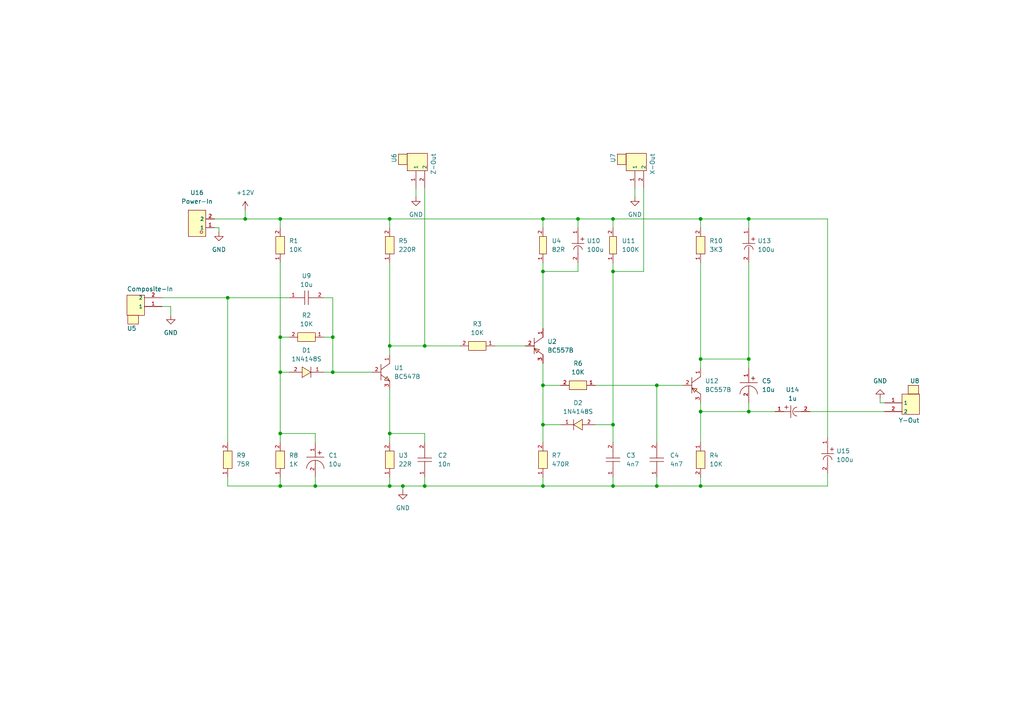
<source format=kicad_sch>
(kicad_sch (version 20230121) (generator eeschema)
  (paper "A4")
  (title_block (title "Composite Video to XYZ converter") (date "2024-02-14") (rev "1") (company "xythobuz.de"))
  (lib_symbols
    (symbol "152EC0410_1" (pin_names hide)
      (property "Reference" "U13" (at -0.0001 7.62 0))
      (property "Value" "152EC0410" (at -0.0001 5.08 0))
      (symbol "152EC0410_1_0_1"
        (polyline (pts (xy -2.5402 0.0002) (xy -0.5082 0.0002)))
        (polyline (pts (xy -2.2862 1.2702) (xy -1.2702 1.2702)))
        (polyline (pts (xy -1.7782 1.7782) (xy -1.7782 0.7622)))
        (polyline (pts (xy -0.5082 1.7782) (xy -0.5082 -1.7779)))
        (polyline (pts (xy 0.5078 0.0002) (xy 2.5398 0.0002)))
        (arc (start 1.27 1.27) (mid 0.0658 0) (end 1.27 -1.27))
        (pin input line (at -5.08 0 0) (length 2.54) (name "1") (number "1"))
        (pin input line (at 5.08 0 180) (length 2.54) (name "2") (number "2"))
      )
    )
    (symbol "jlc:01EC1809SHC10UF50V" (pin_names hide)
      (property "Reference" "C1" (at 1.27 7.62 0))
      (property "Value" "01EC1809SHC10UF50V" (at 1.27 5.08 0))
      (symbol "01EC1809SHC10UF50V_0_1"
        (rectangle (start -2.54 1.27) (end -1.524 1.2446) (fill (type background)))
        (rectangle (start -2.032 1.778) (end -2.0066 0.762) (fill (type background)))
        (polyline (pts (xy -0.762 2.54) (xy -0.762 -2.54)))
        (arc (start 2.54 2.54) (mid 0.1499 0) (end 2.54 -2.54))
        (pin unspecified line (at -5.08 0 0) (length 4.318) (name "1") (number "1"))
        (pin unspecified line (at 5.08 0 180) (length 4.826) (name "2") (number "2"))
      )
    )
    (symbol "jlc:05B472K500PF3C1N0R" (pin_names hide)
      (property "Reference" "C" (at 0 1.27 0))
      (property "Value" "05B472K500PF3C1N0R" (at 0 -2.54 0))
      (symbol "05B472K500PF3C1N0R_0_1"
        (polyline (pts (xy -2.032 0.508) (xy 2.032 0.508)))
        (polyline (pts (xy 0 -0.508) (xy 0 -2.54)))
        (polyline (pts (xy 0 2.54) (xy 0 0.508)))
        (polyline (pts (xy 2.032 -0.508) (xy -2.032 -0.508)))
        (pin unspecified line (at 0 -5.08 90) (length 2.54) (name "1") (number "1"))
        (pin unspecified line (at 0 5.08 270) (length 2.54) (name "2") (number "2"))
      )
    )
    (symbol "jlc:152EC0410" (pin_names hide)
      (property "Reference" "U10" (at -0.0001 7.62 0))
      (property "Value" "152EC0410" (at -0.0001 5.08 0))
      (symbol "152EC0410_0_1"
        (polyline (pts (xy -2.5402 0.0002) (xy -0.5082 0.0002)))
        (polyline (pts (xy -2.2862 1.2702) (xy -1.2702 1.2702)))
        (polyline (pts (xy -1.7782 1.7782) (xy -1.7782 0.7622)))
        (polyline (pts (xy -0.5082 1.7782) (xy -0.5082 -1.7779)))
        (polyline (pts (xy 0.5078 0.0002) (xy 2.5398 0.0002)))
        (arc (start 1.27 1.27) (mid 0.1552 0) (end 1.27 -1.27))
        (pin input line (at -5.08 0 0) (length 2.54) (name "1") (number "1"))
        (pin input line (at 5.08 0 180) (length 2.54) (name "2") (number "2"))
      )
    )
    (symbol "jlc:1N4148S" (pin_names hide)
      (property "Reference" "D" (at 0 1.27 0))
      (property "Value" "1N4148S" (at 0 -2.54 0))
      (symbol "1N4148S_0_1"
        (polyline (pts (xy -1.27 -1.524) (xy -1.27 1.524)))
        (polyline (pts (xy 1.27 1.524) (xy -1.27 0) (xy 1.27 -1.524) (xy 1.27 1.524)) (fill (type background)))
        (pin unspecified line (at -5.08 0 0) (length 3.81) (name "1") (number "1"))
        (pin unspecified line (at 5.08 0 180) (length 3.81) (name "2") (number "2"))
      )
    )
    (symbol "jlc:450BXC1MEFC8X11_5" (pin_names hide)
      (property "Reference" "U14" (at 0 6.35 0))
      (property "Value" "450BXC1MEFC8X11_5" (at 0 3.81 0))
      (symbol "450BXC1MEFC8X11_5_0_1"
        (polyline (pts (xy -2.54 0) (xy -0.508 0)))
        (polyline (pts (xy -2.286 1.27) (xy -1.27 1.27)))
        (polyline (pts (xy -1.778 1.778) (xy -1.778 0.762)))
        (polyline (pts (xy -0.508 1.778) (xy -0.508 -1.778)))
        (polyline (pts (xy 0.508 0) (xy 2.54 0)))
        (arc (start 1.27 1.27) (mid 0.0658 0) (end 1.27 -1.27))
        (pin input line (at -5.08 0 0) (length 2.54) (name "1") (number "1"))
        (pin input line (at 5.08 0 180) (length 2.54) (name "2") (number "2"))
      )
    )
    (symbol "jlc:AV-5"
      (property "Reference" "U5" (at 2.159 -11.43 90))
      (property "Value" "AV-5" (at -0.381 -11.43 90))
      (symbol "AV-5_0_1"
        (rectangle (start -3.302 5.08) (end 2.54 0) (fill (type background)))
        (rectangle (start 2.54 4.826) (end 5.08 1.778) (fill (type background)))
        (pin unspecified line (at 0 -5.08 90) (length 5.08) (name "1") (number "1"))
        (pin unspecified line (at -2.54 -5.08 90) (length 5.08) (name "2") (number "2"))
      )
    )
    (symbol "jlc:BC547B" (pin_names hide)
      (property "Reference" "U" (at 0 1.27 0))
      (property "Value" "BC547B" (at 0 -2.54 0))
      (symbol "BC547B_0_1"
        (polyline (pts (xy -2.54 -0.762) (xy 0 -2.54)))
        (polyline (pts (xy -2.54 2.286) (xy -2.54 -2.286)))
        (polyline (pts (xy 0 2.54) (xy -2.54 0.762)))
        (polyline (pts (xy 0 -2.54) (xy -0.762 -1.27) (xy -1.524 -2.286) (xy 0 -2.54)) (fill (type background)))
        (pin input line (at 0 5.08 270) (length 2.54) (name "C") (number "1"))
        (pin input line (at -5.08 0 0) (length 2.54) (name "B") (number "2"))
        (pin input line (at 0 -5.08 90) (length 2.54) (name "E") (number "3"))
      )
    )
    (symbol "jlc:BC557B_C713617" (pin_names hide)
      (property "Reference" "U" (at 0 1.27 0))
      (property "Value" "BC557B_C713617" (at 0 -2.54 0))
      (symbol "BC557B_C713617_0_1"
        (polyline (pts (xy -2.54 -0.762) (xy 0 -2.54)))
        (polyline (pts (xy -2.54 2.286) (xy -2.54 -2.286)))
        (polyline (pts (xy 0 2.54) (xy -2.54 0.762)))
        (polyline (pts (xy -2.54 -0.762) (xy -1.778 -2.032) (xy -1.016 -1.016) (xy -2.54 -0.762)) (fill (type background)))
        (pin input line (at 0 5.08 270) (length 2.54) (name "C") (number "1"))
        (pin input line (at -5.08 0 0) (length 2.54) (name "B") (number "2"))
        (pin input line (at 0 -5.08 90) (length 2.54) (name "E") (number "3"))
      )
    )
    (symbol "jlc:CD1E106MC9BER2F100" (pin_names hide)
      (property "Reference" "U" (at 0 1.27 0))
      (property "Value" "CD1E106MC9BER2F100" (at 0 -2.54 0))
      (symbol "CD1E106MC9BER2F100_0_1"
        (polyline (pts (xy -0.508 -2.032) (xy -0.508 2.032)))
        (polyline (pts (xy -0.508 0) (xy -2.54 0)))
        (polyline (pts (xy 0.508 2.032) (xy 0.508 -2.032)))
        (polyline (pts (xy 2.54 0) (xy 0.508 0)))
        (pin unspecified line (at -5.08 0 0) (length 2.54) (name "1") (number "1"))
        (pin unspecified line (at 5.08 0 180) (length 2.54) (name "2") (number "2"))
      )
    )
    (symbol "jlc:CD1H103KC94ER1D000" (pin_names hide)
      (property "Reference" "C" (at 0 1.27 0))
      (property "Value" "CD1H103KC94ER1D000" (at 0 -2.54 0))
      (symbol "CD1H103KC94ER1D000_0_1"
        (polyline (pts (xy -0.508 -2.032) (xy -0.508 2.032)))
        (polyline (pts (xy -0.508 0) (xy -2.54 0)))
        (polyline (pts (xy 0.508 2.032) (xy 0.508 -2.032)))
        (polyline (pts (xy 2.54 0) (xy 0.508 0)))
        (pin unspecified line (at -5.08 0 0) (length 2.54) (name "1") (number "1"))
        (pin unspecified line (at 5.08 0 180) (length 2.54) (name "2") (number "2"))
      )
    )
    (symbol "jlc:CR1_4W-75Ω±5%-OT52" (pin_names hide)
      (property "Reference" "R" (at 0 1.27 0))
      (property "Value" "CR1_4W-75Ω±5%-OT52" (at 0 -2.54 0))
      (symbol "CR1_4W-75Ω±5%-OT52_0_1"
        (rectangle (start -2.54 1.27) (end 2.54 -1.27) (fill (type background)))
        (pin unspecified line (at -5.08 0 0) (length 2.54) (name "1") (number "1"))
        (pin unspecified line (at 5.08 0 180) (length 2.54) (name "2") (number "2"))
      )
    )
    (symbol "jlc:MF1_4W-1KΩ±1%T52" (pin_names hide)
      (property "Reference" "R" (at 0 1.27 0))
      (property "Value" "MF1_4W-1KΩ±1%T52" (at 0 -2.54 0))
      (symbol "MF1_4W-1KΩ±1%T52_0_1"
        (rectangle (start -2.54 1.27) (end 2.54 -1.27) (fill (type background)))
        (pin unspecified line (at -5.08 0 0) (length 2.54) (name "1") (number "1"))
        (pin unspecified line (at 5.08 0 180) (length 2.54) (name "2") (number "2"))
      )
    )
    (symbol "jlc:MF1_4W-82Ω±1%_T52" (pin_names hide)
      (property "Reference" "U" (at 0 1.27 0))
      (property "Value" "MF1_4W-82Ω±1%_T52" (at 0 -2.54 0))
      (symbol "MF1_4W-82Ω±1%_T52_0_1"
        (rectangle (start -2.54 1.016) (end 2.54 -1.016) (fill (type background)))
        (pin unspecified line (at -5.08 0 0) (length 2.54) (name "1") (number "1"))
        (pin unspecified line (at 5.08 0 180) (length 2.54) (name "2") (number "2"))
      )
    )
    (symbol "jlc:MFR-25FTE52-100K" (pin_names hide)
      (property "Reference" "U" (at 0 1.27 0))
      (property "Value" "MFR-25FTE52-100K" (at 0 -2.54 0))
      (symbol "MFR-25FTE52-100K_0_1"
        (rectangle (start -2.54 1.016) (end 2.54 -1.016) (fill (type background)))
        (pin unspecified line (at -5.08 0 0) (length 2.54) (name "1") (number "1"))
        (pin unspecified line (at 5.08 0 180) (length 2.54) (name "2") (number "2"))
      )
    )
    (symbol "jlc:RN_1_4W_10K_F_T_B_A1" (pin_names hide)
      (property "Reference" "R" (at 0 1.27 0))
      (property "Value" "RN_1_4W_10K_F_T_B_A1" (at 0 -2.54 0))
      (symbol "RN_1_4W_10K_F_T_B_A1_0_1"
        (rectangle (start -2.54 1.27) (end 2.54 -1.27) (fill (type background)))
        (pin unspecified line (at -5.08 0 0) (length 2.54) (name "1") (number "1"))
        (pin unspecified line (at 5.08 0 180) (length 2.54) (name "2") (number "2"))
      )
    )
    (symbol "jlc:RN_1_4W_220R_F_T_B_A1" (pin_names hide)
      (property "Reference" "R" (at 0 1.27 0))
      (property "Value" "RN_1_4W_220R_F_T_B_A1" (at 0 -2.54 0))
      (symbol "RN_1_4W_220R_F_T_B_A1_0_1"
        (rectangle (start -2.54 1.27) (end 2.54 -1.27) (fill (type background)))
        (pin unspecified line (at -5.08 0 0) (length 2.54) (name "1") (number "1"))
        (pin unspecified line (at 5.08 0 180) (length 2.54) (name "2") (number "2"))
      )
    )
    (symbol "jlc:RN_1_4W_3K3_F_T_B_A1" (pin_names hide)
      (property "Reference" "R" (at 0 1.27 0))
      (property "Value" "RN_1_4W_3K3_F_T_B_A1" (at 0 -2.54 0))
      (symbol "RN_1_4W_3K3_F_T_B_A1_0_1"
        (rectangle (start -2.54 1.27) (end 2.54 -1.27) (fill (type background)))
        (pin unspecified line (at -5.08 0 0) (length 2.54) (name "1") (number "1"))
        (pin unspecified line (at 5.08 0 180) (length 2.54) (name "2") (number "2"))
      )
    )
    (symbol "jlc:RN_1_4W_470R_F_T_B_A1" (pin_names hide)
      (property "Reference" "R" (at 0 1.27 0))
      (property "Value" "RN_1_4W_470R_F_T_B_A1" (at 0 -2.54 0))
      (symbol "RN_1_4W_470R_F_T_B_A1_0_1"
        (rectangle (start -2.54 1.27) (end 2.54 -1.27) (fill (type background)))
        (pin unspecified line (at -5.08 0 0) (length 2.54) (name "1") (number "1"))
        (pin unspecified line (at 5.08 0 180) (length 2.54) (name "2") (number "2"))
      )
    )
    (symbol "jlc:RN_2WS_22R_F_T_B_A1" (pin_names hide)
      (property "Reference" "U" (at 0 1.27 0))
      (property "Value" "RN_2WS_22R_F_T_B_A1" (at 0 -2.54 0))
      (symbol "RN_2WS_22R_F_T_B_A1_0_1"
        (rectangle (start -2.54 1.27) (end 2.54 -1.27) (fill (type background)))
        (pin unspecified line (at -5.08 0 0) (length 2.54) (name "1") (number "1"))
        (pin unspecified line (at 5.08 0 180) (length 2.54) (name "2") (number "2"))
      )
    )
    (symbol "jlc:XY300V-A-5_0-2P"
      (property "Reference" "U" (at 0 1.27 0))
      (property "Value" "XY300V-A-5_0-2P" (at 0 -2.54 0))
      (symbol "XY300V-A-5_0-2P_0_1"
        (rectangle (start -2.54 3.81) (end 2.54 -3.81) (fill (type background)))
        (circle (center -1.27 2.54) (radius 0.381) (fill (type background)))
        (pin unspecified line (at -5.08 1.27 0) (length 2.54) (name "1") (number "1"))
        (pin unspecified line (at -5.08 -1.27 0) (length 2.54) (name "2") (number "2"))
      )
    )
    (symbol "power:+12V" (power) (pin_names (offset 0))
      (property "Value" "+12V" (at 0 3.556 0))
      (symbol "+12V_0_1"
        (polyline (pts (xy -0.762 1.27) (xy 0 2.54)))
        (polyline (pts (xy 0 0) (xy 0 2.54)))
        (polyline (pts (xy 0 2.54) (xy 0.762 1.27)))
      )
      (symbol "+12V_1_1"
        (pin power_in line (at 0 0 90) (length 0) hide (name "+12V") (number "1"))
      )
    )
    (symbol "power:GND" (power) (pin_names (offset 0))
      (property "Value" "GND" (at 0 -3.81 0))
      (symbol "GND_0_1"
        (polyline (pts (xy 0 0) (xy 0 -1.27) (xy 1.27 -1.27) (xy 0 -2.54) (xy -1.27 -1.27) (xy 0 -1.27)))
      )
      (symbol "GND_1_1"
        (pin power_in line (at 0 0 270) (length 0) hide (name "GND") (number "1"))
      )
    )
  )
  (junction (at 157.48 140.97))
  (junction (at 113.03 100.33))
  (junction (at 157.48 78.74))
  (junction (at 217.17 63.5))
  (junction (at 203.2 140.97))
  (junction (at 177.8 78.74))
  (junction (at 123.19 100.33))
  (junction (at 113.03 140.97))
  (junction (at 217.17 119.38))
  (junction (at 81.28 140.97))
  (junction (at 203.2 63.5))
  (junction (at 157.48 111.76))
  (junction (at 190.5 140.97))
  (junction (at 96.52 97.79))
  (junction (at 113.03 125.73))
  (junction (at 81.28 107.95))
  (junction (at 203.2 104.14))
  (junction (at 116.84 140.97))
  (junction (at 157.48 63.5))
  (junction (at 66.04 86.36))
  (junction (at 177.8 140.97))
  (junction (at 71.12 63.5))
  (junction (at 81.28 125.73))
  (junction (at 123.19 140.97))
  (junction (at 81.28 97.79))
  (junction (at 190.5 111.76))
  (junction (at 96.52 107.95))
  (junction (at 113.03 63.5))
  (junction (at 177.8 63.5))
  (junction (at 177.8 123.19))
  (junction (at 167.64 63.5))
  (junction (at 157.48 123.19))
  (junction (at 91.44 140.97))
  (junction (at 217.17 104.14))
  (junction (at 81.28 63.5))
  (junction (at 203.2 119.38))
  (wire (pts (xy 217.17 104.14) (xy 203.2 104.14)))
  (wire (pts (xy 177.8 123.19) (xy 177.8 78.74)))
  (wire (pts (xy 177.8 63.5) (xy 203.2 63.5)))
  (wire (pts (xy 162.56 123.19) (xy 157.48 123.19)))
  (wire (pts (xy 81.28 140.97) (xy 91.44 140.97)))
  (wire (pts (xy 113.03 138.43) (xy 113.03 140.97)))
  (wire (pts (xy 157.48 66.04) (xy 157.48 63.5)))
  (wire (pts (xy 49.53 88.9) (xy 49.53 91.44)))
  (wire (pts (xy 203.2 140.97) (xy 190.5 140.97)))
  (wire (pts (xy 116.84 140.97) (xy 113.03 140.97)))
  (wire (pts (xy 167.64 76.2) (xy 167.64 78.74)))
  (wire (pts (xy 186.69 78.74) (xy 177.8 78.74)))
  (wire (pts (xy 172.72 123.19) (xy 177.8 123.19)))
  (wire (pts (xy 217.17 119.38) (xy 224.79 119.38)))
  (wire (pts (xy 184.15 54.61) (xy 184.15 57.15)))
  (wire (pts (xy 190.5 138.43) (xy 190.5 140.97)))
  (wire (pts (xy 217.17 119.38) (xy 203.2 119.38)))
  (wire (pts (xy 157.48 105.41) (xy 157.48 111.76)))
  (wire (pts (xy 113.03 125.73) (xy 113.03 128.27)))
  (wire (pts (xy 203.2 116.84) (xy 203.2 119.38)))
  (wire (pts (xy 123.19 140.97) (xy 116.84 140.97)))
  (wire (pts (xy 217.17 66.04) (xy 217.17 63.5)))
  (wire (pts (xy 190.5 140.97) (xy 177.8 140.97)))
  (wire (pts (xy 81.28 107.95) (xy 81.28 97.79)))
  (wire (pts (xy 157.48 140.97) (xy 123.19 140.97)))
  (wire (pts (xy 157.48 138.43) (xy 157.48 140.97)))
  (wire (pts (xy 113.03 100.33) (xy 123.19 100.33)))
  (wire (pts (xy 120.65 54.61) (xy 120.65 57.15)))
  (wire (pts (xy 157.48 140.97) (xy 177.8 140.97)))
  (wire (pts (xy 255.27 116.84) (xy 256.54 116.84)))
  (wire (pts (xy 71.12 60.96) (xy 71.12 63.5)))
  (wire (pts (xy 240.03 140.97) (xy 203.2 140.97)))
  (wire (pts (xy 123.19 54.61) (xy 123.19 100.33)))
  (wire (pts (xy 93.98 86.36) (xy 96.52 86.36)))
  (wire (pts (xy 157.48 63.5) (xy 167.64 63.5)))
  (wire (pts (xy 46.99 86.36) (xy 66.04 86.36)))
  (wire (pts (xy 157.48 78.74) (xy 157.48 95.25)))
  (wire (pts (xy 217.17 63.5) (xy 203.2 63.5)))
  (wire (pts (xy 81.28 138.43) (xy 81.28 140.97)))
  (wire (pts (xy 240.03 127) (xy 240.03 63.5)))
  (wire (pts (xy 81.28 63.5) (xy 81.28 66.04)))
  (wire (pts (xy 190.5 111.76) (xy 190.5 128.27)))
  (wire (pts (xy 66.04 138.43) (xy 66.04 140.97)))
  (wire (pts (xy 62.23 63.5) (xy 71.12 63.5)))
  (wire (pts (xy 81.28 107.95) (xy 81.28 125.73)))
  (wire (pts (xy 240.03 137.16) (xy 240.03 140.97)))
  (wire (pts (xy 93.98 107.95) (xy 96.52 107.95)))
  (wire (pts (xy 96.52 107.95) (xy 107.95 107.95)))
  (wire (pts (xy 116.84 140.97) (xy 116.84 142.24)))
  (wire (pts (xy 203.2 76.2) (xy 203.2 104.14)))
  (wire (pts (xy 203.2 138.43) (xy 203.2 140.97)))
  (wire (pts (xy 172.72 111.76) (xy 190.5 111.76)))
  (wire (pts (xy 177.8 63.5) (xy 167.64 63.5)))
  (wire (pts (xy 123.19 128.27) (xy 123.19 125.73)))
  (wire (pts (xy 66.04 86.36) (xy 83.82 86.36)))
  (wire (pts (xy 91.44 138.43) (xy 91.44 140.97)))
  (wire (pts (xy 96.52 107.95) (xy 96.52 97.79)))
  (wire (pts (xy 143.51 100.33) (xy 152.4 100.33)))
  (wire (pts (xy 157.48 111.76) (xy 157.48 123.19)))
  (wire (pts (xy 81.28 76.2) (xy 81.28 97.79)))
  (wire (pts (xy 217.17 116.84) (xy 217.17 119.38)))
  (wire (pts (xy 62.23 66.04) (xy 63.5 66.04)))
  (wire (pts (xy 113.03 100.33) (xy 113.03 102.87)))
  (wire (pts (xy 157.48 76.2) (xy 157.48 78.74)))
  (wire (pts (xy 96.52 97.79) (xy 93.98 97.79)))
  (wire (pts (xy 96.52 86.36) (xy 96.52 97.79)))
  (wire (pts (xy 71.12 63.5) (xy 81.28 63.5)))
  (wire (pts (xy 81.28 63.5) (xy 113.03 63.5)))
  (wire (pts (xy 91.44 128.27) (xy 91.44 125.73)))
  (wire (pts (xy 46.99 88.9) (xy 49.53 88.9)))
  (wire (pts (xy 157.48 111.76) (xy 162.56 111.76)))
  (wire (pts (xy 66.04 140.97) (xy 81.28 140.97)))
  (wire (pts (xy 234.95 119.38) (xy 256.54 119.38)))
  (wire (pts (xy 66.04 86.36) (xy 66.04 128.27)))
  (wire (pts (xy 81.28 125.73) (xy 81.28 128.27)))
  (wire (pts (xy 91.44 140.97) (xy 113.03 140.97)))
  (wire (pts (xy 190.5 111.76) (xy 198.12 111.76)))
  (wire (pts (xy 203.2 119.38) (xy 203.2 128.27)))
  (wire (pts (xy 177.8 66.04) (xy 177.8 63.5)))
  (wire (pts (xy 177.8 78.74) (xy 177.8 76.2)))
  (wire (pts (xy 113.03 63.5) (xy 113.03 66.04)))
  (wire (pts (xy 217.17 106.68) (xy 217.17 104.14)))
  (wire (pts (xy 255.27 116.84) (xy 255.27 115.57)))
  (wire (pts (xy 240.03 63.5) (xy 217.17 63.5)))
  (wire (pts (xy 113.03 113.03) (xy 113.03 125.73)))
  (wire (pts (xy 203.2 104.14) (xy 203.2 106.68)))
  (wire (pts (xy 81.28 97.79) (xy 83.82 97.79)))
  (wire (pts (xy 83.82 107.95) (xy 81.28 107.95)))
  (wire (pts (xy 91.44 125.73) (xy 81.28 125.73)))
  (wire (pts (xy 167.64 66.04) (xy 167.64 63.5)))
  (wire (pts (xy 123.19 125.73) (xy 113.03 125.73)))
  (wire (pts (xy 203.2 66.04) (xy 203.2 63.5)))
  (wire (pts (xy 217.17 76.2) (xy 217.17 104.14)))
  (wire (pts (xy 123.19 100.33) (xy 133.35 100.33)))
  (wire (pts (xy 177.8 138.43) (xy 177.8 140.97)))
  (wire (pts (xy 63.5 67.31) (xy 63.5 66.04)))
  (wire (pts (xy 186.69 54.61) (xy 186.69 78.74)))
  (wire (pts (xy 177.8 123.19) (xy 177.8 128.27)))
  (wire (pts (xy 157.48 63.5) (xy 113.03 63.5)))
  (wire (pts (xy 123.19 138.43) (xy 123.19 140.97)))
  (wire (pts (xy 113.03 76.2) (xy 113.03 100.33)))
  (wire (pts (xy 157.48 78.74) (xy 167.64 78.74)))
  (wire (pts (xy 157.48 128.27) (xy 157.48 123.19)))
  (symbol (lib_id "power:GND") (at 120.65 57.15 0) (unit 1)
    (property "Reference" "#PWR01" (effects hide))
    (property "Value" "GND" (at 120.65 62.23 0))
  )
  (symbol (lib_id "jlc:RN_1_4W_10K_F_T_B_A1") (at 88.9 97.79 180) (unit 1)
    (property "Reference" "R2" (at 88.9 91.44 0))
    (property "Value" "10K" (at 88.9 93.98 0))
    (property "Footprint" "jlc_footprints:RES-TH_BD2.4-L6.3-P10.30-D0.6" (effects hide))
    (property "Datasheet" "https://item.szlcsc.com/184395.html" (effects hide))
    (property "LCSC" "C410695" (effects hide))
  )
  (symbol (lib_id "jlc:1N4148S") (at 88.9 107.95 180) (unit 1)
    (property "Reference" "D1" (at 88.9 101.6 0))
    (property "Value" "1N4148S" (at 88.9 104.14 0))
    (property "Footprint" "jlc_footprints:DO-34_BD1.6-L3.0-P7.00-D0.6-RD" (effects hide))
    (property "Datasheet" "https://item.szlcsc.com/145611.html" (effects hide))
    (property "LCSC" "C179555" (effects hide))
  )
  (symbol (lib_id "power:GND") (at 184.15 57.15 0) (unit 1)
    (property "Reference" "#PWR04" (effects hide))
    (property "Value" "GND" (at 184.15 62.23 0))
  )
  (symbol (lib_id "jlc:1N4148S") (at 167.64 123.19 0) (unit 1)
    (property "Reference" "D2" (at 167.64 116.84 0))
    (property "Value" "1N4148S" (at 167.64 119.38 0))
    (property "Footprint" "jlc_footprints:DO-34_BD1.6-L3.0-P7.00-D0.6-RD" (effects hide))
    (property "Datasheet" "https://item.szlcsc.com/145611.html" (effects hide))
    (property "LCSC" "C179555" (effects hide))
  )
  (symbol (lib_id "jlc:01EC1809SHC10UF50V") (at 217.17 111.76 270) (unit 1)
    (property "Reference" "C5" (at 220.98 110.49 90) (effects (justify left)))
    (property "Value" "10u" (at 220.98 113.03 90) (effects (justify left)))
    (property "Footprint" "jlc_footprints:CAP-TH_BD5.0-P2.00-D0.8-FD" (effects hide))
    (property "Datasheet" "https://item.szlcsc.com/44805.html" (effects hide))
    (property "LCSC" "C503219" (effects hide))
  )
  (symbol (lib_id "jlc:RN_1_4W_10K_F_T_B_A1") (at 167.64 111.76 180) (unit 1)
    (property "Reference" "R6" (at 167.64 105.41 0))
    (property "Value" "10K" (at 167.64 107.95 0))
    (property "Footprint" "jlc_footprints:RES-TH_BD2.4-L6.3-P10.30-D0.6" (effects hide))
    (property "Datasheet" "https://item.szlcsc.com/184395.html" (effects hide))
    (property "LCSC" "C410695" (effects hide))
  )
  (symbol (lib_id "jlc:AV-5") (at 41.91 88.9 90) (mirror x) (unit 1)
    (property "Reference" "U5" (at 36.83 95.25 90) (effects (justify right)))
    (property "Value" "Composite-In" (at 36.83 83.82 90) (effects (justify right)))
    (property "Footprint" "jlc_footprints:CONN-TH_AV-5" (effects hide))
    (property "Datasheet" "https://item.szlcsc.com/18768.html" (effects hide))
    (property "LCSC" "C18080" (effects hide))
  )
  (symbol (lib_id "jlc:AV-5") (at 120.65 49.53 0) (mirror y) (unit 1)
    (property "Reference" "U6" (at 114.3 44.45 90) (effects (justify right)))
    (property "Value" "Z-Out" (at 125.73 44.45 90) (effects (justify right)))
    (property "Footprint" "jlc_footprints:CONN-TH_AV-5" (effects hide))
    (property "Datasheet" "https://item.szlcsc.com/18768.html" (effects hide))
    (property "LCSC" "C18080" (effects hide))
  )
  (symbol (lib_id "jlc:RN_1_4W_10K_F_T_B_A1") (at 81.28 71.12 90) (unit 1)
    (property "Reference" "R1" (at 83.82 69.85 90) (effects (justify right)))
    (property "Value" "10K" (at 83.82 72.39 90) (effects (justify right)))
    (property "Footprint" "jlc_footprints:RES-TH_BD2.4-L6.3-P10.30-D0.6" (effects hide))
    (property "Datasheet" "https://item.szlcsc.com/184395.html" (effects hide))
    (property "LCSC" "C410695" (effects hide))
  )
  (symbol (lib_id "jlc:XY300V-A-5_0-2P") (at 57.15 64.77 180) (unit 1)
    (property "Reference" "U16" (at 57.15 55.88 0))
    (property "Value" "Power-In" (at 57.15 58.42 0))
    (property "Footprint" "jlc_footprints:CONN-TH_XY300V-A-5.0-2P" (effects hide))
    (property "Datasheet" "https://atta.szlcsc.com/upload/public/pdf/source/20200527/C557648_4A2FA4132AA24EE423B62B1474E9B5BB.pdf" (effects hide))
    (property "LCSC" "C557648" (effects hide))
  )
  (symbol (lib_id "jlc:CR1_4W-75Ω±5%-OT52") (at 66.04 133.35 90) (unit 1)
    (property "Reference" "R9" (at 68.58 132.08 90) (effects (justify right)))
    (property "Value" "75R" (at 68.58 134.62 90) (effects (justify right)))
    (property "Footprint" "jlc_footprints:RES-TH_BD2.7-L6.2-P10.20-D0.4" (effects hide))
    (property "Datasheet" "https://item.szlcsc.com/486756.html" (effects hide))
    (property "LCSC" "C2896897" (effects hide))
  )
  (symbol (lib_id "jlc:RN_1_4W_10K_F_T_B_A1") (at 203.2 133.35 270) (unit 1)
    (property "Reference" "R4" (at 205.74 132.08 90) (effects (justify left)))
    (property "Value" "10K" (at 205.74 134.62 90) (effects (justify left)))
    (property "Footprint" "jlc_footprints:RES-TH_BD2.4-L6.3-P10.30-D0.6" (effects hide))
    (property "Datasheet" "https://item.szlcsc.com/184395.html" (effects hide))
    (property "LCSC" "C410695" (effects hide))
  )
  (symbol (lib_id "jlc:CD1E106MC9BER2F100") (at 88.9 86.36 0) (unit 1)
    (property "Reference" "U9" (at 88.9 80.01 0))
    (property "Value" "10u" (at 88.9 82.55 0))
    (property "Footprint" "jlc_footprints:CAP-TH_L5.5-W3.8-P3.50-D0.6" (effects hide))
    (property "Datasheet" "https://atta.szlcsc.com/upload/public/pdf/source/20210512/C2761762_7AEAEBBE16673951158B42993B4AFA88.pdf" (effects hide))
    (property "LCSC" "C2761733" (effects hide))
  )
  (symbol (lib_id "jlc:RN_1_4W_470R_F_T_B_A1") (at 157.48 133.35 90) (unit 1)
    (property "Reference" "R7" (at 160.02 132.08 90) (effects (justify right)))
    (property "Value" "470R" (at 160.02 134.62 90) (effects (justify right)))
    (property "Footprint" "jlc_footprints:RES-TH_BD2.4-L6.3-P10.30-D0.6" (effects hide))
    (property "Datasheet" "https://item.szlcsc.com/184395.html" (effects hide))
    (property "LCSC" "C410615" (effects hide))
  )
  (symbol (lib_name "152EC0410_1") (lib_id "jlc:152EC0410") (at 240.03 132.08 270) (unit 1)
    (property "Reference" "U15" (at 242.57 130.8099 90) (effects (justify left)))
    (property "Value" "100u" (at 242.57 133.3499 90) (effects (justify left)))
    (property "Footprint" "jlc_footprints:CAP-TH_BD6.3-P2.50-D0.6-FD" (effects hide))
    (property "Datasheet" "https://atta.szlcsc.com/upload/public/pdf/source/20200309/C494514_9F3A4DA017A0C8951531EE171572BF22.pdf" (effects hide))
    (property "LCSC" "C6718390" (effects hide))
  )
  (symbol (lib_id "jlc:450BXC1MEFC8X11_5") (at 229.87 119.38 0) (unit 1)
    (property "Reference" "U14" (at 229.87 113.03 0))
    (property "Value" "1u" (at 229.87 115.57 0))
    (property "Footprint" "jlc_footprints:CAP-TH_BD8.0-P3.50-D0.6-FD_1" (effects hide))
    (property "Datasheet" "https://atta.szlcsc.com/upload/public/pdf/source/20180416/C191234_733C5C0149568155CE2C084CF497C985.pdf" (effects hide))
    (property "LCSC" "C1651069" (effects hide))
  )
  (symbol (lib_name "152EC0410_1") (lib_id "jlc:152EC0410") (at 217.17 71.12 270) (unit 1)
    (property "Reference" "U13" (at 219.71 69.8499 90) (effects (justify left)))
    (property "Value" "100u" (at 219.71 72.3899 90) (effects (justify left)))
    (property "Footprint" "jlc_footprints:CAP-TH_BD6.3-P2.50-D0.6-FD" (effects hide))
    (property "Datasheet" "https://atta.szlcsc.com/upload/public/pdf/source/20200309/C494514_9F3A4DA017A0C8951531EE171572BF22.pdf" (effects hide))
    (property "LCSC" "C6718390" (effects hide))
  )
  (symbol (lib_id "jlc:RN_1_4W_10K_F_T_B_A1") (at 138.43 100.33 180) (unit 1)
    (property "Reference" "R3" (at 138.43 93.98 0))
    (property "Value" "10K" (at 138.43 96.52 0))
    (property "Footprint" "jlc_footprints:RES-TH_BD2.4-L6.3-P10.30-D0.6" (effects hide))
    (property "Datasheet" "https://item.szlcsc.com/184395.html" (effects hide))
    (property "LCSC" "C410695" (effects hide))
  )
  (symbol (lib_id "power:GND") (at 49.53 91.44 0) (unit 1)
    (property "Reference" "#PWR03" (effects hide))
    (property "Value" "GND" (at 49.53 96.52 0))
  )
  (symbol (lib_id "jlc:MF1_4W-1KΩ±1%T52") (at 81.28 133.35 90) (unit 1)
    (property "Reference" "R8" (at 83.82 132.08 90) (effects (justify right)))
    (property "Value" "1K" (at 83.82 134.62 90) (effects (justify right)))
    (property "Footprint" "jlc_footprints:RES-TH_BD2.3-L6.5-P10.50-D0.5" (effects hide))
    (property "Datasheet" "https://item.szlcsc.com/123457.html" (effects hide))
    (property "LCSC" "C713997" (effects hide))
  )
  (symbol (lib_id "jlc:01EC1809SHC10UF50V") (at 91.44 133.35 270) (unit 1)
    (property "Reference" "C1" (at 95.25 132.08 90) (effects (justify left)))
    (property "Value" "10u" (at 95.25 134.62 90) (effects (justify left)))
    (property "Footprint" "jlc_footprints:CAP-TH_BD5.0-P2.00-D0.8-FD" (effects hide))
    (property "Datasheet" "https://item.szlcsc.com/44805.html" (effects hide))
    (property "LCSC" "C503219" (effects hide))
  )
  (symbol (lib_id "jlc:05B472K500PF3C1N0R") (at 177.8 133.35 0) (unit 1)
    (property "Reference" "C3" (at 181.61 132.08 0) (effects (justify left)))
    (property "Value" "4n7" (at 181.61 134.62 0) (effects (justify left)))
    (property "Footprint" "jlc_footprints:CAP-TH_L4.2-W3.8-P5.08-D0.6" (effects hide))
    (property "Datasheet" "https://item.szlcsc.com/297366.html" (effects hide))
    (property "LCSC" "C409817" (effects hide))
  )
  (symbol (lib_id "jlc:BC557B_C713617") (at 157.48 100.33 0) (unit 1)
    (property "Reference" "U2" (at 158.75 99.06 0) (effects (justify left)))
    (property "Value" "BC557B" (at 158.75 101.6 0) (effects (justify left)))
    (property "Footprint" "jlc_footprints:TO-92-3_L4.9-W3.7-P1.27-L" (effects hide))
    (property "Datasheet" "https://atta.szlcsc.com/upload/public/pdf/source/20180629/C233232_99576441F8ED8E9074FB1575A6BE3592.PDF" (effects hide))
    (property "LCSC" "C713617" (effects hide))
  )
  (symbol (lib_id "jlc:152EC0410") (at 167.64 71.12 270) (unit 1)
    (property "Reference" "U10" (at 170.18 69.8499 90) (effects (justify left)))
    (property "Value" "100u" (at 170.18 72.3899 90) (effects (justify left)))
    (property "Footprint" "jlc_footprints:CAP-TH_BD6.3-P2.50-D0.6-FD" (effects hide))
    (property "Datasheet" "https://atta.szlcsc.com/upload/public/pdf/source/20200309/C494514_9F3A4DA017A0C8951531EE171572BF22.pdf" (effects hide))
    (property "LCSC" "C6718390" (effects hide))
  )
  (symbol (lib_id "jlc:MF1_4W-82Ω±1%_T52") (at 157.48 71.12 90) (unit 1)
    (property "Reference" "U4" (at 160.02 69.85 90) (effects (justify right)))
    (property "Value" "82R" (at 160.02 72.39 90) (effects (justify right)))
    (property "Footprint" "jlc_footprints:RES-TH_BD2.2-L6.5-P10.50-D0.6" (effects hide))
    (property "Datasheet" "https://item.szlcsc.com/59661.html" (effects hide))
    (property "LCSC" "C119302" (effects hide))
  )
  (symbol (lib_id "jlc:BC557B_C713617") (at 203.2 111.76 0) (unit 1)
    (property "Reference" "U12" (at 204.47 110.49 0) (effects (justify left)))
    (property "Value" "BC557B" (at 204.47 113.03 0) (effects (justify left)))
    (property "Footprint" "jlc_footprints:TO-92-3_L4.9-W3.7-P1.27-L" (effects hide))
    (property "Datasheet" "https://atta.szlcsc.com/upload/public/pdf/source/20180629/C233232_99576441F8ED8E9074FB1575A6BE3592.PDF" (effects hide))
    (property "LCSC" "C713617" (effects hide))
  )
  (symbol (lib_id "jlc:05B472K500PF3C1N0R") (at 190.5 133.35 0) (unit 1)
    (property "Reference" "C4" (at 194.31 132.08 0) (effects (justify left)))
    (property "Value" "4n7" (at 194.31 134.62 0) (effects (justify left)))
    (property "Footprint" "jlc_footprints:CAP-TH_L4.2-W3.8-P5.08-D0.6" (effects hide))
    (property "Datasheet" "https://item.szlcsc.com/297366.html" (effects hide))
    (property "LCSC" "C409817" (effects hide))
  )
  (symbol (lib_id "jlc:RN_1_4W_3K3_F_T_B_A1") (at 203.2 71.12 90) (unit 1)
    (property "Reference" "R10" (at 205.74 69.85 90) (effects (justify right)))
    (property "Value" "3K3" (at 205.74 72.39 90) (effects (justify right)))
    (property "Footprint" "jlc_footprints:RES-TH_BD2.4-L6.3-P10.30-D0.6" (effects hide))
    (property "Datasheet" "https://item.szlcsc.com/184395.html" (effects hide))
    (property "LCSC" "C410631" (effects hide))
  )
  (symbol (lib_id "jlc:AV-5") (at 261.62 116.84 270) (mirror x) (unit 1)
    (property "Reference" "U8" (at 266.7 110.49 90) (effects (justify right)))
    (property "Value" "Y-Out" (at 266.7 121.92 90) (effects (justify right)))
    (property "Footprint" "jlc_footprints:CONN-TH_AV-5" (effects hide))
    (property "Datasheet" "https://item.szlcsc.com/18768.html" (effects hide))
    (property "LCSC" "C18080" (effects hide))
  )
  (symbol (lib_id "jlc:AV-5") (at 184.15 49.53 0) (mirror y) (unit 1)
    (property "Reference" "U7" (at 177.8 44.45 90) (effects (justify right)))
    (property "Value" "X-Out" (at 189.23 44.45 90) (effects (justify right)))
    (property "Footprint" "jlc_footprints:CONN-TH_AV-5" (effects hide))
    (property "Datasheet" "https://item.szlcsc.com/18768.html" (effects hide))
    (property "LCSC" "C18080" (effects hide))
  )
  (symbol (lib_id "jlc:CD1H103KC94ER1D000") (at 123.19 133.35 90) (unit 1)
    (property "Reference" "C2" (at 127 132.08 90) (effects (justify right)))
    (property "Value" "10n" (at 127 134.62 90) (effects (justify right)))
    (property "Footprint" "jlc_footprints:CAP-TH_L4.2-W3.8-P5.08-D0.6" (effects hide))
    (property "Datasheet" "https://item.szlcsc.com/297366.html" (effects hide))
    (property "LCSC" "C263180" (effects hide))
  )
  (symbol (lib_id "jlc:RN_2WS_22R_F_T_B_A1") (at 113.03 133.35 90) (unit 1)
    (property "Reference" "U3" (at 115.57 132.08 90) (effects (justify right)))
    (property "Value" "22R" (at 115.57 134.62 90) (effects (justify right)))
    (property "Footprint" "jlc_footprints:RES-TH_BD4.5-L11.0-P15.00-D0.8" (effects hide))
    (property "Datasheet" "https://item.szlcsc.com/290324.html" (effects hide))
    (property "LCSC" "C433604" (effects hide))
  )
  (symbol (lib_id "power:GND") (at 255.27 115.57 180) (unit 1)
    (property "Reference" "#PWR05" (effects hide))
    (property "Value" "GND" (at 255.27 110.49 0))
  )
  (symbol (lib_id "jlc:BC547B") (at 113.03 107.95 0) (unit 1)
    (property "Reference" "U1" (at 114.3 106.68 0) (effects (justify left)))
    (property "Value" "BC547B" (at 114.3 109.22 0) (effects (justify left)))
    (property "Footprint" "jlc_footprints:TO-92-3_L4.9-W3.7-P1.27-L" (effects hide))
    (property "Datasheet" "https://atta.szlcsc.com/upload/public/pdf/source/20180629/C233232_99576441F8ED8E9074FB1575A6BE3592.PDF" (effects hide))
    (property "LCSC" "C713613" (effects hide))
  )
  (symbol (lib_id "power:GND") (at 63.5 67.31 0) (unit 1)
    (property "Reference" "#PWR06" (effects hide))
    (property "Value" "GND" (at 63.5 72.39 0))
  )
  (symbol (lib_id "jlc:RN_1_4W_220R_F_T_B_A1") (at 113.03 71.12 90) (unit 1)
    (property "Reference" "R5" (at 115.57 69.85 90) (effects (justify right)))
    (property "Value" "220R" (at 115.57 72.39 90) (effects (justify right)))
    (property "Footprint" "jlc_footprints:RES-TH_BD2.4-L6.3-P10.30-D0.6" (effects hide))
    (property "Datasheet" "https://item.szlcsc.com/184395.html" (effects hide))
    (property "LCSC" "C410657" (effects hide))
  )
  (symbol (lib_id "power:GND") (at 116.84 142.24 0) (unit 1)
    (property "Reference" "#PWR02" (effects hide))
    (property "Value" "GND" (at 116.84 147.32 0))
  )
  (symbol (lib_id "power:+12V") (at 71.12 60.96 0) (unit 1)
    (property "Reference" "#PWR07" (effects hide))
    (property "Value" "+12V" (at 71.12 55.88 0))
  )
  (symbol (lib_id "jlc:MFR-25FTE52-100K") (at 177.8 71.12 90) (unit 1)
    (property "Reference" "U11" (at 180.34 69.85 90) (effects (justify right)))
    (property "Value" "100K" (at 180.34 72.39 90) (effects (justify right)))
    (property "Footprint" "jlc_footprints:RES-TH_BD2.2-L6.5-P10.50-D0.6" (effects hide))
    (property "Datasheet" "https://item.szlcsc.com/59661.html" (effects hide))
    (property "LCSC" "C172965" (effects hide))
  )
)
</source>
